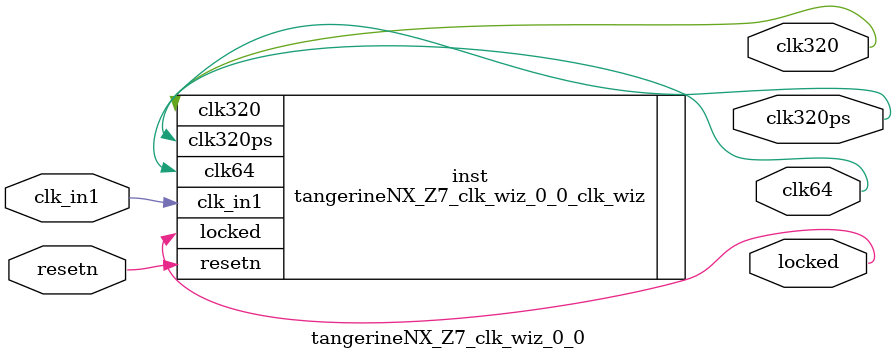
<source format=v>


`timescale 1ps/1ps

(* CORE_GENERATION_INFO = "tangerineNX_Z7_clk_wiz_0_0,clk_wiz_v6_0_12_0_0,{component_name=tangerineNX_Z7_clk_wiz_0_0,use_phase_alignment=true,use_min_o_jitter=false,use_max_i_jitter=false,use_dyn_phase_shift=false,use_inclk_switchover=false,use_dyn_reconfig=false,enable_axi=0,feedback_source=FDBK_AUTO,PRIMITIVE=MMCM,num_out_clk=3,clkin1_period=20.000,clkin2_period=10.0,use_power_down=false,use_reset=true,use_locked=true,use_inclk_stopped=false,feedback_type=SINGLE,CLOCK_MGR_TYPE=NA,manual_override=false}" *)

module tangerineNX_Z7_clk_wiz_0_0 
 (
  // Clock out ports
  output        clk64,
  output        clk320,
  output        clk320ps,
  // Status and control signals
  input         resetn,
  output        locked,
 // Clock in ports
  input         clk_in1
 );

  tangerineNX_Z7_clk_wiz_0_0_clk_wiz inst
  (
  // Clock out ports  
  .clk64(clk64),
  .clk320(clk320),
  .clk320ps(clk320ps),
  // Status and control signals               
  .resetn(resetn), 
  .locked(locked),
 // Clock in ports
  .clk_in1(clk_in1)
  );

endmodule

</source>
